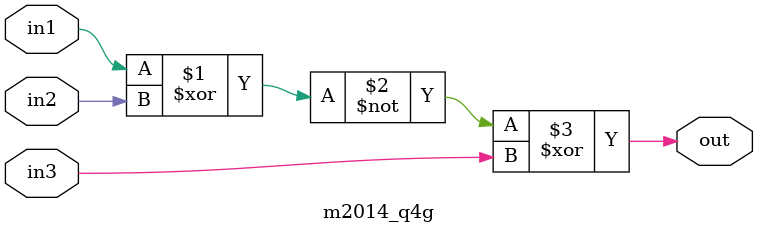
<source format=v>
module m2014_q4g (
	input in1,
	input in2,
	input in3,
	output out
);
 
	assign out = (~(in1 ^ in2)) ^ in3;
endmodule

</source>
